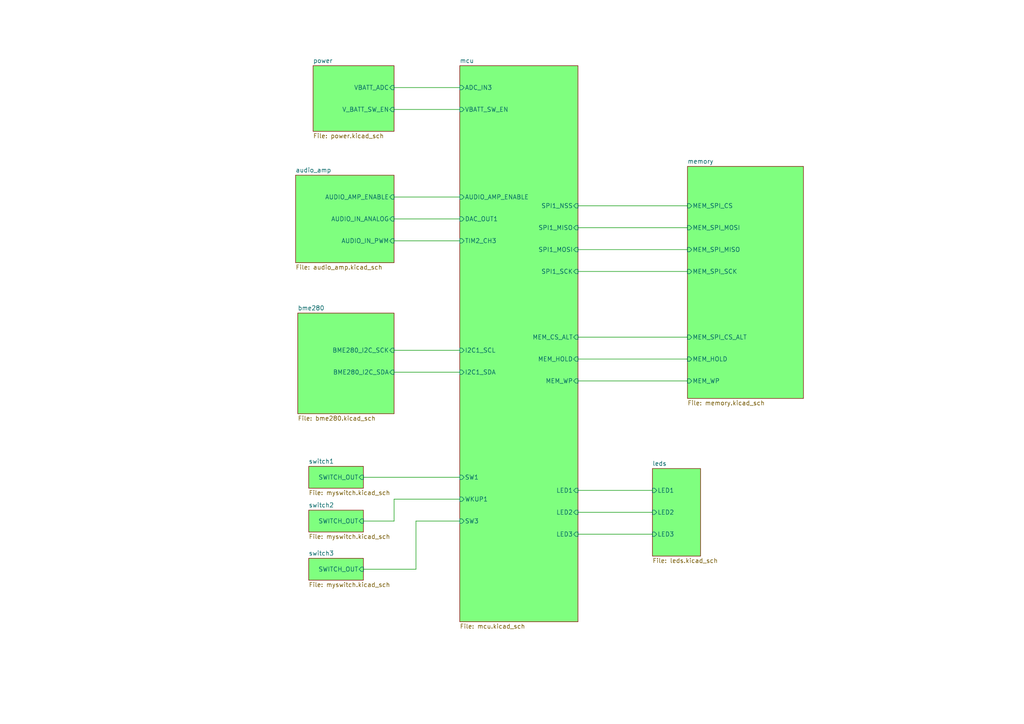
<source format=kicad_sch>
(kicad_sch
	(version 20231120)
	(generator "eeschema")
	(generator_version "8.0")
	(uuid "50389aff-b244-451e-8e3a-c5addd2215e1")
	(paper "A4")
	(lib_symbols)
	(no_connect
		(at 342.9 76.2)
		(uuid "3e038949-3e20-4a97-898a-babfd18ca11c")
	)
	(wire
		(pts
			(xy 114.3 107.95) (xy 133.35 107.95)
		)
		(stroke
			(width 0)
			(type default)
		)
		(uuid "033917e5-f967-4139-9a8b-1a3b9066421b")
	)
	(wire
		(pts
			(xy 167.64 78.74) (xy 199.39 78.74)
		)
		(stroke
			(width 0)
			(type default)
		)
		(uuid "0be6eed1-616e-4980-a3f8-394576103c87")
	)
	(wire
		(pts
			(xy 114.3 25.4) (xy 133.35 25.4)
		)
		(stroke
			(width 0)
			(type default)
		)
		(uuid "347806ff-73e4-4f76-b78a-313f106638f4")
	)
	(wire
		(pts
			(xy 167.64 142.24) (xy 189.23 142.24)
		)
		(stroke
			(width 0)
			(type default)
		)
		(uuid "3b00c78a-89cf-4e7c-b11a-0cce7c82b844")
	)
	(wire
		(pts
			(xy 105.41 138.43) (xy 133.35 138.43)
		)
		(stroke
			(width 0)
			(type default)
		)
		(uuid "4563c2a4-ebba-4ccd-9d37-0b6c3e17da6b")
	)
	(wire
		(pts
			(xy 167.64 154.94) (xy 189.23 154.94)
		)
		(stroke
			(width 0)
			(type default)
		)
		(uuid "5d04064d-2cec-40bc-9791-459bf59e23e3")
	)
	(wire
		(pts
			(xy 167.64 104.14) (xy 199.39 104.14)
		)
		(stroke
			(width 0)
			(type default)
		)
		(uuid "61f36551-a0e1-49d2-bb56-09d6dbc5ac5f")
	)
	(wire
		(pts
			(xy 114.3 144.78) (xy 133.35 144.78)
		)
		(stroke
			(width 0)
			(type default)
		)
		(uuid "64d11bf7-2844-40bd-afa8-80e7b3d13a72")
	)
	(wire
		(pts
			(xy 120.65 151.13) (xy 120.65 165.1)
		)
		(stroke
			(width 0)
			(type default)
		)
		(uuid "7052c844-04c5-4727-a799-7752966d100f")
	)
	(wire
		(pts
			(xy 114.3 69.85) (xy 133.35 69.85)
		)
		(stroke
			(width 0)
			(type default)
		)
		(uuid "734d82ac-781f-4c67-bac7-435a394c2204")
	)
	(wire
		(pts
			(xy 167.64 72.39) (xy 199.39 72.39)
		)
		(stroke
			(width 0)
			(type default)
		)
		(uuid "76671980-32e3-45a1-8225-2c410f4fe557")
	)
	(wire
		(pts
			(xy 114.3 31.75) (xy 133.35 31.75)
		)
		(stroke
			(width 0)
			(type default)
		)
		(uuid "78d59f78-fdc8-4603-971b-0e8541feca6b")
	)
	(wire
		(pts
			(xy 167.64 148.59) (xy 189.23 148.59)
		)
		(stroke
			(width 0)
			(type default)
		)
		(uuid "839c0c5b-08d4-41cd-9979-ad2cf8a97a94")
	)
	(wire
		(pts
			(xy 167.64 59.69) (xy 199.39 59.69)
		)
		(stroke
			(width 0)
			(type default)
		)
		(uuid "840fe7bc-e723-4752-ac6b-42059c228703")
	)
	(wire
		(pts
			(xy 120.65 151.13) (xy 133.35 151.13)
		)
		(stroke
			(width 0)
			(type default)
		)
		(uuid "8910120c-a2e6-41ee-b7df-057bcf9084e1")
	)
	(wire
		(pts
			(xy 167.64 110.49) (xy 199.39 110.49)
		)
		(stroke
			(width 0)
			(type default)
		)
		(uuid "91f1daf7-b122-4479-908c-a4c0b8b31e11")
	)
	(wire
		(pts
			(xy 114.3 101.6) (xy 133.35 101.6)
		)
		(stroke
			(width 0)
			(type default)
		)
		(uuid "9a8469d6-ea20-4b1e-b9d5-6cb108defdef")
	)
	(wire
		(pts
			(xy 105.41 151.13) (xy 114.3 151.13)
		)
		(stroke
			(width 0)
			(type default)
		)
		(uuid "bca8464e-d1eb-48e3-8cca-c8b7003857e8")
	)
	(wire
		(pts
			(xy 114.3 63.5) (xy 133.35 63.5)
		)
		(stroke
			(width 0)
			(type default)
		)
		(uuid "bcf7d569-05eb-4b6e-a739-2803454ff708")
	)
	(wire
		(pts
			(xy 114.3 144.78) (xy 114.3 151.13)
		)
		(stroke
			(width 0)
			(type default)
		)
		(uuid "ce087c23-e836-4adc-9587-2dc3f50cb186")
	)
	(wire
		(pts
			(xy 114.3 57.15) (xy 133.35 57.15)
		)
		(stroke
			(width 0)
			(type default)
		)
		(uuid "e71e9e19-2921-441e-bf5a-8e962433b7f9")
	)
	(wire
		(pts
			(xy 167.64 66.04) (xy 199.39 66.04)
		)
		(stroke
			(width 0)
			(type default)
		)
		(uuid "e7a8860e-19d7-41b1-8cf1-b3fdd4c0d8e4")
	)
	(wire
		(pts
			(xy 167.64 97.79) (xy 199.39 97.79)
		)
		(stroke
			(width 0)
			(type default)
		)
		(uuid "f3c8e1e9-4c19-4704-b082-982762620fb5")
	)
	(wire
		(pts
			(xy 105.41 165.1) (xy 120.65 165.1)
		)
		(stroke
			(width 0)
			(type default)
		)
		(uuid "fadb55d8-b686-4f2e-bd04-d8839645b565")
	)
	(sheet
		(at 89.535 147.955)
		(size 15.875 6.35)
		(fields_autoplaced yes)
		(stroke
			(width 0.1524)
			(type solid)
		)
		(fill
			(color 0 255 0 0.5020)
		)
		(uuid "1d6f8f38-55c9-4e4a-ab41-42426d9c3f80")
		(property "Sheetname" "switch2"
			(at 89.535 147.2434 0)
			(effects
				(font
					(size 1.27 1.27)
				)
				(justify left bottom)
			)
		)
		(property "Sheetfile" "myswitch.kicad_sch"
			(at 89.535 154.8896 0)
			(effects
				(font
					(size 1.27 1.27)
				)
				(justify left top)
			)
		)
		(pin "SWITCH_OUT" input
			(at 105.41 151.13 0)
			(effects
				(font
					(size 1.27 1.27)
				)
				(justify right)
			)
			(uuid "2d695629-124a-4af0-8a03-e725216962f4")
		)
		(instances
			(project "vario_kicad"
				(path "/50389aff-b244-451e-8e3a-c5addd2215e1"
					(page "3")
				)
			)
		)
	)
	(sheet
		(at 189.23 135.89)
		(size 13.97 25.4)
		(fields_autoplaced yes)
		(stroke
			(width 0.1524)
			(type solid)
		)
		(fill
			(color 0 255 0 0.5020)
		)
		(uuid "4441a76a-484b-421b-b7b1-6af4df4487ca")
		(property "Sheetname" "leds"
			(at 189.23 135.1784 0)
			(effects
				(font
					(size 1.27 1.27)
				)
				(justify left bottom)
			)
		)
		(property "Sheetfile" "leds.kicad_sch"
			(at 189.23 161.8746 0)
			(effects
				(font
					(size 1.27 1.27)
				)
				(justify left top)
			)
		)
		(pin "LED1" input
			(at 189.23 142.24 180)
			(effects
				(font
					(size 1.27 1.27)
				)
				(justify left)
			)
			(uuid "9e7795de-9f18-47b3-a1b9-cd8f09ccc5a9")
		)
		(pin "LED2" input
			(at 189.23 148.59 180)
			(effects
				(font
					(size 1.27 1.27)
				)
				(justify left)
			)
			(uuid "f410c7f4-b24a-46e6-9452-9c64dcd077cd")
		)
		(pin "LED3" input
			(at 189.23 154.94 180)
			(effects
				(font
					(size 1.27 1.27)
				)
				(justify left)
			)
			(uuid "1aba347d-df72-4e88-8cdb-103ed582de4f")
		)
		(instances
			(project "vario_kicad"
				(path "/50389aff-b244-451e-8e3a-c5addd2215e1"
					(page "9")
				)
			)
		)
	)
	(sheet
		(at 199.39 48.26)
		(size 33.655 67.31)
		(fields_autoplaced yes)
		(stroke
			(width 0.1524)
			(type solid)
		)
		(fill
			(color 0 255 0 0.5020)
		)
		(uuid "46f26a35-4266-4bb4-816f-d8c91119a86f")
		(property "Sheetname" "memory"
			(at 199.39 47.5484 0)
			(effects
				(font
					(size 1.27 1.27)
				)
				(justify left bottom)
			)
		)
		(property "Sheetfile" "memory.kicad_sch"
			(at 199.39 116.1546 0)
			(effects
				(font
					(size 1.27 1.27)
				)
				(justify left top)
			)
		)
		(property "Field2" ""
			(at 199.39 48.26 0)
			(effects
				(font
					(size 1.27 1.27)
				)
				(hide yes)
			)
		)
		(pin "MEM_SPI_SCK" input
			(at 199.39 78.74 180)
			(effects
				(font
					(size 1.27 1.27)
				)
				(justify left)
			)
			(uuid "dbc66f06-bb68-4777-9afc-86714ce1489c")
		)
		(pin "MEM_WP" input
			(at 199.39 110.49 180)
			(effects
				(font
					(size 1.27 1.27)
				)
				(justify left)
			)
			(uuid "8ec52c2c-40a4-437f-b49b-89057825973c")
		)
		(pin "MEM_HOLD" input
			(at 199.39 104.14 180)
			(effects
				(font
					(size 1.27 1.27)
				)
				(justify left)
			)
			(uuid "ccc6ff68-8012-4b33-8d30-9d6b0e58e40c")
		)
		(pin "MEM_SPI_CS" input
			(at 199.39 59.69 180)
			(effects
				(font
					(size 1.27 1.27)
				)
				(justify left)
			)
			(uuid "522364cd-a0e7-41f1-a5be-2645ceaba9c5")
		)
		(pin "MEM_SPI_MISO" input
			(at 199.39 72.39 180)
			(effects
				(font
					(size 1.27 1.27)
				)
				(justify left)
			)
			(uuid "499d6bb8-b1f3-41ef-bd31-ce3585a4ad40")
		)
		(pin "MEM_SPI_MOSI" input
			(at 199.39 66.04 180)
			(effects
				(font
					(size 1.27 1.27)
				)
				(justify left)
			)
			(uuid "e10db7a8-75f0-4d61-841f-80f0cd146e23")
		)
		(pin "MEM_SPI_CS_ALT" input
			(at 199.39 97.79 180)
			(effects
				(font
					(size 1.27 1.27)
				)
				(justify left)
			)
			(uuid "a618f82f-ca9d-4e40-8eee-6fe513fc07e5")
		)
		(instances
			(project "vario_kicad"
				(path "/50389aff-b244-451e-8e3a-c5addd2215e1"
					(page "8")
				)
			)
		)
	)
	(sheet
		(at 89.535 161.925)
		(size 15.875 6.35)
		(fields_autoplaced yes)
		(stroke
			(width 0.1524)
			(type solid)
		)
		(fill
			(color 0 255 0 0.5020)
		)
		(uuid "976879c2-7f90-4e8e-bed0-613d5ac3800c")
		(property "Sheetname" "switch3"
			(at 89.535 161.2134 0)
			(effects
				(font
					(size 1.27 1.27)
				)
				(justify left bottom)
			)
		)
		(property "Sheetfile" "myswitch.kicad_sch"
			(at 89.535 168.8596 0)
			(effects
				(font
					(size 1.27 1.27)
				)
				(justify left top)
			)
		)
		(pin "SWITCH_OUT" input
			(at 105.41 165.1 0)
			(effects
				(font
					(size 1.27 1.27)
				)
				(justify right)
			)
			(uuid "400a2038-d615-4506-9a1f-ebca2270e3a6")
		)
		(instances
			(project "vario_kicad"
				(path "/50389aff-b244-451e-8e3a-c5addd2215e1"
					(page "4")
				)
			)
		)
	)
	(sheet
		(at 90.805 19.05)
		(size 23.495 19.05)
		(fields_autoplaced yes)
		(stroke
			(width 0.1524)
			(type solid)
		)
		(fill
			(color 0 255 0 0.5000)
		)
		(uuid "9ff7b2dd-70fe-4259-884c-1f1f10c7ad3d")
		(property "Sheetname" "power"
			(at 90.805 18.3384 0)
			(effects
				(font
					(size 1.27 1.27)
				)
				(justify left bottom)
			)
		)
		(property "Sheetfile" "power.kicad_sch"
			(at 90.805 38.6846 0)
			(effects
				(font
					(size 1.27 1.27)
				)
				(justify left top)
			)
		)
		(pin "VBATT_ADC" input
			(at 114.3 25.4 0)
			(effects
				(font
					(size 1.27 1.27)
				)
				(justify right)
			)
			(uuid "1bf4f184-c6de-4d9a-9c35-d4e0c5a484ff")
		)
		(pin "V_BATT_SW_EN" input
			(at 114.3 31.75 0)
			(effects
				(font
					(size 1.27 1.27)
				)
				(justify right)
			)
			(uuid "f0303827-9ccd-4dc5-a7c0-661bd017a15f")
		)
		(instances
			(project "vario_kicad"
				(path "/50389aff-b244-451e-8e3a-c5addd2215e1"
					(page "5")
				)
			)
		)
	)
	(sheet
		(at 86.36 90.805)
		(size 27.94 29.21)
		(fields_autoplaced yes)
		(stroke
			(width 0.1524)
			(type solid)
		)
		(fill
			(color 0 255 0 0.5000)
		)
		(uuid "a2acba3f-1e31-48a4-807d-9523c9d04b72")
		(property "Sheetname" "bme280"
			(at 86.36 90.0934 0)
			(effects
				(font
					(size 1.27 1.27)
				)
				(justify left bottom)
			)
		)
		(property "Sheetfile" "bme280.kicad_sch"
			(at 86.36 120.5996 0)
			(effects
				(font
					(size 1.27 1.27)
				)
				(justify left top)
			)
		)
		(pin "BME280_I2C_SCK" input
			(at 114.3 101.6 0)
			(effects
				(font
					(size 1.27 1.27)
				)
				(justify right)
			)
			(uuid "c3ebd1d2-cf65-4854-80e1-7a88feb5ba9d")
		)
		(pin "BME280_I2C_SDA" input
			(at 114.3 107.95 0)
			(effects
				(font
					(size 1.27 1.27)
				)
				(justify right)
			)
			(uuid "6ba3f985-15e1-4f8d-a0a8-34d7311b7eb9")
		)
		(instances
			(project "vario_kicad"
				(path "/50389aff-b244-451e-8e3a-c5addd2215e1"
					(page "7")
				)
			)
		)
	)
	(sheet
		(at 89.535 135.255)
		(size 15.875 6.35)
		(fields_autoplaced yes)
		(stroke
			(width 0.1524)
			(type solid)
		)
		(fill
			(color 0 255 0 0.5020)
		)
		(uuid "ae77d581-7721-4c08-a977-60b9367d2173")
		(property "Sheetname" "switch1"
			(at 89.535 134.5434 0)
			(effects
				(font
					(size 1.27 1.27)
				)
				(justify left bottom)
			)
		)
		(property "Sheetfile" "myswitch.kicad_sch"
			(at 89.535 142.1896 0)
			(effects
				(font
					(size 1.27 1.27)
				)
				(justify left top)
			)
		)
		(pin "SWITCH_OUT" input
			(at 105.41 138.43 0)
			(effects
				(font
					(size 1.27 1.27)
				)
				(justify right)
			)
			(uuid "93a478d8-0707-4ff4-987b-f4a332b569fa")
		)
		(instances
			(project "vario_kicad"
				(path "/50389aff-b244-451e-8e3a-c5addd2215e1"
					(page "2")
				)
			)
		)
	)
	(sheet
		(at 85.725 50.8)
		(size 28.575 25.4)
		(fields_autoplaced yes)
		(stroke
			(width 0.1524)
			(type solid)
		)
		(fill
			(color 0 255 0 0.5000)
		)
		(uuid "c1ce8014-8ca1-4d8c-ab67-abb68a6156e7")
		(property "Sheetname" "audio_amp"
			(at 85.725 50.0884 0)
			(effects
				(font
					(size 1.27 1.27)
				)
				(justify left bottom)
			)
		)
		(property "Sheetfile" "audio_amp.kicad_sch"
			(at 85.725 76.7846 0)
			(effects
				(font
					(size 1.27 1.27)
				)
				(justify left top)
			)
		)
		(pin "AUDIO_AMP_ENABLE" input
			(at 114.3 57.15 0)
			(effects
				(font
					(size 1.27 1.27)
				)
				(justify right)
			)
			(uuid "b37ef813-7590-468c-a2a2-3609616fa1e7")
		)
		(pin "AUDIO_IN_ANALOG" input
			(at 114.3 63.5 0)
			(effects
				(font
					(size 1.27 1.27)
				)
				(justify right)
			)
			(uuid "be37ade6-017b-4e31-bfa7-f2766ac1680c")
		)
		(pin "AUDIO_IN_PWM" input
			(at 114.3 69.85 0)
			(effects
				(font
					(size 1.27 1.27)
				)
				(justify right)
			)
			(uuid "d6b76b93-914b-4848-91cb-244ac2eb6606")
		)
		(instances
			(project "vario_kicad"
				(path "/50389aff-b244-451e-8e3a-c5addd2215e1"
					(page "6")
				)
			)
		)
	)
	(sheet
		(at 133.35 19.05)
		(size 34.29 161.29)
		(fields_autoplaced yes)
		(stroke
			(width 0.1524)
			(type solid)
		)
		(fill
			(color 0 255 0 0.5020)
		)
		(uuid "dd2cba4c-5ed6-4588-88fb-827c05b79647")
		(property "Sheetname" "mcu"
			(at 133.35 18.3384 0)
			(effects
				(font
					(size 1.27 1.27)
				)
				(justify left bottom)
			)
		)
		(property "Sheetfile" "mcu.kicad_sch"
			(at 133.35 180.9246 0)
			(effects
				(font
					(size 1.27 1.27)
				)
				(justify left top)
			)
		)
		(pin "SPI1_NSS" input
			(at 167.64 59.69 0)
			(effects
				(font
					(size 1.27 1.27)
				)
				(justify right)
			)
			(uuid "5b88fdc9-95ae-4636-827f-8d5693f94a68")
		)
		(pin "VBATT_SW_EN" input
			(at 133.35 31.75 180)
			(effects
				(font
					(size 1.27 1.27)
				)
				(justify left)
			)
			(uuid "35d08a9b-c397-438a-8569-b40f677789d5")
		)
		(pin "MEM_CS_ALT" input
			(at 167.64 97.79 0)
			(effects
				(font
					(size 1.27 1.27)
				)
				(justify right)
			)
			(uuid "bfcf4551-32cc-423c-a422-25de81a2a221")
		)
		(pin "MEM_HOLD" input
			(at 167.64 104.14 0)
			(effects
				(font
					(size 1.27 1.27)
				)
				(justify right)
			)
			(uuid "6b5eb764-4dd3-4a8a-9d25-f53225f5c3b8")
		)
		(pin "MEM_WP" input
			(at 167.64 110.49 0)
			(effects
				(font
					(size 1.27 1.27)
				)
				(justify right)
			)
			(uuid "fbca6702-f048-4798-b1f0-49fca973f64e")
		)
		(pin "SW1" input
			(at 133.35 138.43 180)
			(effects
				(font
					(size 1.27 1.27)
				)
				(justify left)
			)
			(uuid "add67443-73d4-4485-beaf-bac5e692dd02")
		)
		(pin "SW3" input
			(at 133.35 151.13 180)
			(effects
				(font
					(size 1.27 1.27)
				)
				(justify left)
			)
			(uuid "c93181e3-b04e-44fa-baf4-c2c20898725f")
		)
		(pin "LED3" input
			(at 167.64 154.94 0)
			(effects
				(font
					(size 1.27 1.27)
				)
				(justify right)
			)
			(uuid "4a9bca56-afd0-4854-b836-3b1f65bd0f67")
		)
		(pin "LED2" input
			(at 167.64 148.59 0)
			(effects
				(font
					(size 1.27 1.27)
				)
				(justify right)
			)
			(uuid "038cd08c-ec29-4343-b9be-773e72b25da8")
		)
		(pin "I2C1_SCL" input
			(at 133.35 101.6 180)
			(effects
				(font
					(size 1.27 1.27)
				)
				(justify left)
			)
			(uuid "094a771d-15d5-4543-9e46-6ff4705a6d22")
		)
		(pin "I2C1_SDA" input
			(at 133.35 107.95 180)
			(effects
				(font
					(size 1.27 1.27)
				)
				(justify left)
			)
			(uuid "3c13638f-6e0e-4de7-8d0b-7de066adf7eb")
		)
		(pin "DAC_OUT1" input
			(at 133.35 63.5 180)
			(effects
				(font
					(size 1.27 1.27)
				)
				(justify left)
			)
			(uuid "90e426b8-033b-450c-85e3-95f71af356e3")
		)
		(pin "TIM2_CH3" input
			(at 133.35 69.85 180)
			(effects
				(font
					(size 1.27 1.27)
				)
				(justify left)
			)
			(uuid "b57fc0cb-8983-46a4-be85-d5b019b1319f")
		)
		(pin "SPI1_SCK" input
			(at 167.64 78.74 0)
			(effects
				(font
					(size 1.27 1.27)
				)
				(justify right)
			)
			(uuid "a699034f-8725-4f62-b9c7-98bd3dc3f558")
		)
		(pin "WKUP1" input
			(at 133.35 144.78 180)
			(effects
				(font
					(size 1.27 1.27)
				)
				(justify left)
			)
			(uuid "16472a76-c453-4196-89ae-511c869201da")
		)
		(pin "ADC_IN3" input
			(at 133.35 25.4 180)
			(effects
				(font
					(size 1.27 1.27)
				)
				(justify left)
			)
			(uuid "c5b4c909-676f-4de6-8566-4b93ee9c9d87")
		)
		(pin "SPI1_MISO" input
			(at 167.64 66.04 0)
			(effects
				(font
					(size 1.27 1.27)
				)
				(justify right)
			)
			(uuid "c3c9ffbc-b7eb-4550-af18-724a012d6400")
		)
		(pin "SPI1_MOSI" input
			(at 167.64 72.39 0)
			(effects
				(font
					(size 1.27 1.27)
				)
				(justify right)
			)
			(uuid "e09e3399-af63-49b3-af90-b344adf4481b")
		)
		(pin "AUDIO_AMP_ENABLE" input
			(at 133.35 57.15 180)
			(effects
				(font
					(size 1.27 1.27)
				)
				(justify left)
			)
			(uuid "57502f6b-634b-4c8b-a1a4-60864231a23b")
		)
		(pin "LED1" input
			(at 167.64 142.24 0)
			(effects
				(font
					(size 1.27 1.27)
				)
				(justify right)
			)
			(uuid "2d775c75-f148-45dc-9bbd-eb4a4d96ea0c")
		)
		(instances
			(project "vario_kicad"
				(path "/50389aff-b244-451e-8e3a-c5addd2215e1"
					(page "10")
				)
			)
		)
	)
	(sheet_instances
		(path "/"
			(page "1")
		)
	)
)

</source>
